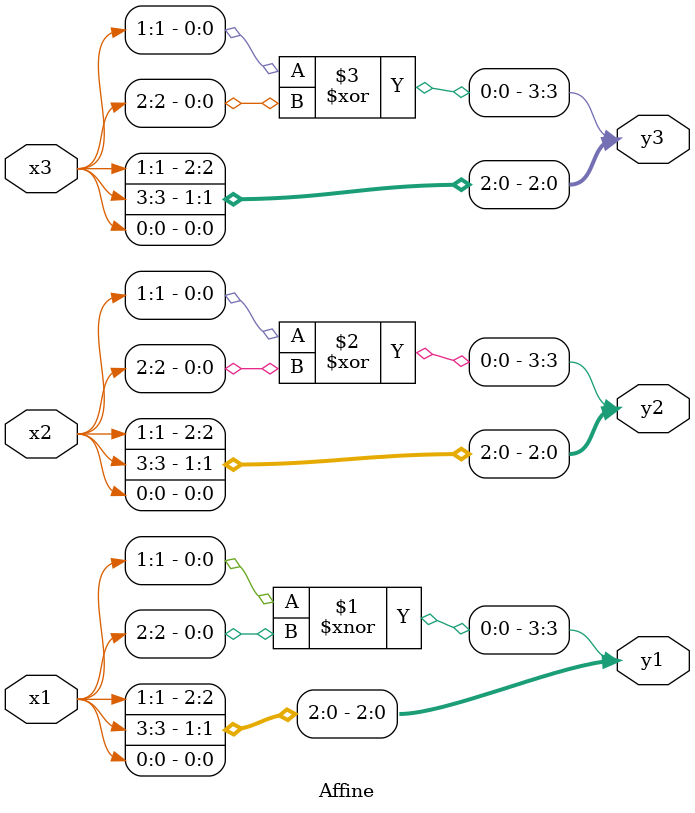
<source format=v>
/*
* -----------------------------------------------------------------
* COMPANY : Shandong University
* AUTHOR  : Yanhong Fan, Chaoran Wang, Lixuan Wu, Meiqin Wang
* DOCUMENT: "A Fast Search Method for 3-Share Second-Order Masking Schemes for Lightweight S-Boxes"  
* -----------------------------------------------------------------
*
* Copyright c 2024, Yanhong Fan, Chaoran Wang, Lixuan Wu, Meiqin Wang

*
* All rights reserved.
*
* THIS SOFTWARE IS PROVIDED BY THE COPYRIGHT HOLDERS AND CONTRIBUTORS "AS IS" AND
* ANY EXPRESS OR IMPLIED WARRANTIES, INCLUDING, BUT NOT LIMITED TO, THE IMPLIED
* WARRANTIES OF MERCHANTABILITY AND FITNESS FOR A PARTICULAR PURPOSE ARE
* DISCLAIMED. IN NO EVENT SHALL THE COPYRIGHT HOLDER OR CONTRIBUTERS BE LIABLE FOR ANY
* DIRECT, INDIRECT, INCIDENTAL, SPECIAL, EXEMPLARY, OR CONSEQUENTIAL DAMAGES
* INCLUDING, BUT NOT LIMITED TO, PROCUREMENT OF SUBSTITUTE GOODS OR SERVICES;
* LOSS OF USE, DATA, OR PROFITS; OR BUSINESS INTERRUPTION HOWEVER CAUSED AND
* ON ANY THEORY OF LIABILITY, WHETHER IN CONTRACT, STRICT LIABILITY, OR TORT
* INCLUDING NEGLIGENCE OR OTHERWISE ARISING IN ANY WAY OUT OF THE USE OF THIS
* SOFTWARE, EVEN IF ADVISED OF THE POSSIBILITY OF SUCH DAMAGE.
*
* Please see LICENSE and README for license and further instructions.*/

module Affine(
    input [3:0] x1,
    input [3:0] x2,
    input [3:0] x3,
    output [3:0] y1,
    output [3:0] y2,
    output [3:0] y3
    );


	
			assign y1 = {x1[1] ~^ x1[2],	x1[1], x1[3],	x1[0]};
			assign y2 = {x2[1] ^ x2[2], 	x2[1], x2[3], 	x2[0]};
			assign y3 = {x3[1] ^ x3[2], 	x3[1], x3[3], 	x3[0]};


endmodule

</source>
